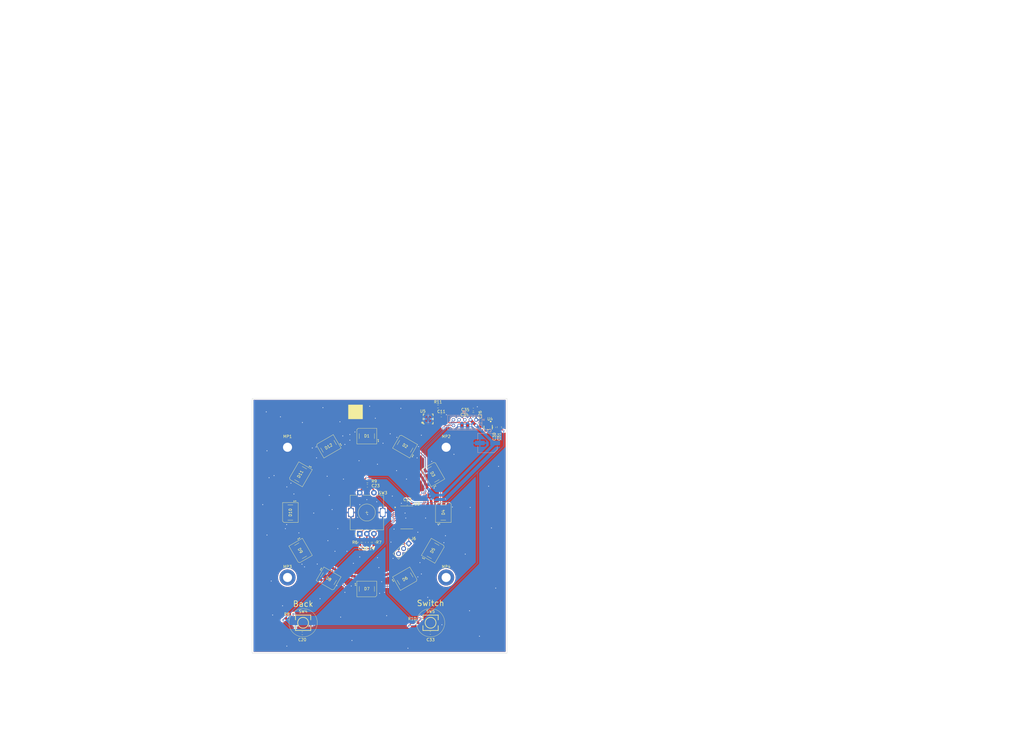
<source format=kicad_pcb>
(kicad_pcb (version 20241229) (generator "pcbnew") (generator_version "9.0")
  (layers (0 "F.Cu" signal) (2 "B.Cu" signal) (13 "F.Paste" user) (15 "B.Paste" user) (5 "F.SilkS" user "F.Silkscreen") (7 "B.SilkS" user "B.Silkscreen") (1 "F.Mask" user) (3 "B.Mask" user) (25 "Edge.Cuts" user))
  (net 0 "")
  (net 1 "GND")
  (net 2 "/Encoder/5V")
  (net 3 "/Encoder/3V3")
  (net 4 "/Encoder/rot_a")
  (net 5 "/Encoder/rot_b")
  (net 6 "/Encoder/back_sw")
  (net 7 "/Encoder/rot_sw")
  (net 8 "/Encoder/sw_2")
  (net 9 "/Encoder/LED_DATA")
  (net 10 "Net-(D1-DOUT)")
  (net 11 "Net-(D2-DOUT)")
  (net 12 "Net-(D3-DOUT)")
  (net 13 "Net-(D4-DOUT)")
  (net 14 "Net-(D5-DOUT)")
  (net 15 "Net-(D6-DOUT)")
  (net 16 "Net-(D7-DOUT)")
  (net 17 "Net-(D8-DOUT)")
  (net 18 "Net-(D10-DIN)")
  (net 19 "Net-(D10-DOUT)")
  (net 20 "Net-(D11-DOUT)")
  (net 22 "Net-(J6-Pin_3)")
  (net 23 "Net-(J6-Pin_1)")
  (net 24 "Net-(J6-Pin_2)")
  (net 25 "/Encoder/SDA")
  (net 26 "/Encoder/SCL")
  (net 27 "/Encoder/INT")
  (net 38 "/Encoder/LED")
  (net 39 "Net-(R11-Pad2)")
  (footprint "Capacitor_SMD:C_0603_1608Metric" (layer "F.Cu") (at 87.7 143.1)
    (property "Reference" "C23")
    (property "Value" "0.1uF")
  )
  (footprint "Capacitor_SMD:C_0603_1608Metric" (layer "F.Cu") (at 86.5 163.1 90)
    (property "Reference" "C18")
    (property "Value" "0.1uF")
  )
  (footprint "Capacitor_SMD:C_0603_1608Metric" (layer "F.Cu") (at 64.7 195.2 180)
    (property "Reference" "C20")
    (property "Value" "0.1uF")
  )
  (footprint "LED_SMD:LED_WS2812B_PLCC4_5.0x5.0mm_P3.2mm" (layer "F.Cu") (at 87.498033 125.552202 180)
    (property "Reference" "D1")
    (property "Value" "WS2812B")
  )
  (footprint "Resistor_SMD:R_0603_1608Metric" (layer "F.Cu") (at 85 163.1 90)
    (property "Reference" "R6")
    (property "Value" "10k")
  )
  (footprint "Capacitor_SMD:C_0603_1608Metric" (layer "F.Cu") (at 88.5 163.1 90)
    (property "Reference" "C19")
    (property "Value" "0.1uF")
  )
  (footprint "Capacitor_SMD:C_0603_1608Metric" (layer "F.Cu") (at 113.8 118.3)
    (property "Reference" "C11")
    (property "Value" "0.1uF")
  )
  (footprint "Capacitor_SMD:C_0805_2012Metric" (layer "F.Cu") (at 125.1 118 180)
    (property "Reference" "C34")
    (property "Value" "10uF")
  )
  (footprint "Capacitor_SMD:C_0603_1608Metric" (layer "F.Cu") (at 101.8 149.4)
    (property "Reference" "C13")
    (property "Value" "0.1uF")
  )
  (footprint "LED_SMD:LED_WS2812B_PLCC4_5.0x5.0mm_P3.2mm" (layer "F.Cu") (at 64.115347 166.052202 -60)
    (property "Reference" "D9")
    (property "Value" "WS2812B")
  )
  (footprint "easyeda2kicad:KEY-SMD_SKSUAAE010" (layer "F.Cu") (at 110 191.5)
    (property "Reference" "SW5")
    (property "Value" "SKSUAAE010")
  )
  (footprint "Resistor_SMD:R_0603_1608Metric" (layer "F.Cu") (at 59.775 189.9)
    (property "Reference" "R8")
    (property "Value" "10k")
  )
  (footprint "MountingHole:MountingHole_3.2mm_M3_ISO7380_Pad" (layer "F.Cu") (at 115.5 175.5)
    (property "Reference" "MP4")
    (property "Value" "MountingHole_3.2mm_M3_ISO7380_Pad")
  )
  (footprint "LED_SMD:LED_WS2812B_PLCC4_5.0x5.0mm_P3.2mm" (layer "F.Cu") (at 87.498033 179.552202)
    (property "Reference" "D7")
    (property "Value" "WS2812B")
  )
  (footprint "Capacitor_SMD:C_0603_1608Metric" (layer "F.Cu") (at 132.5 122.475 90)
    (property "Reference" "C30")
    (property "Value" "0.1uF")
  )
  (footprint "Capacitor_SMD:C_0805_2012Metric" (layer "F.Cu") (at 134.3 122.4 90)
    (property "Reference" "C31")
    (property "Value" "10uF")
  )
  (footprint "Resistor_SMD:R_0603_1608Metric" (layer "F.Cu") (at 87.7 141.5)
    (property "Reference" "R9")
    (property "Value" "10k")
  )
  (footprint "Resistor_SMD:R_0603_1608Metric" (layer "F.Cu") (at 104.7 191.5)
    (property "Reference" "R10")
    (property "Value" "10k")
  )
  (footprint "MountingHole:MountingHole_3.2mm_M3_ISO7380_Pad" (layer "F.Cu") (at 115.5 129.5)
    (property "Reference" "MP2")
    (property "Value" "MountingHole_3.2mm_M3_ISO7380_Pad")
  )
  (footprint "LED_SMD:LED_WS2812B_PLCC4_5.0x5.0mm_P3.2mm" (layer "F.Cu") (at 60.498033 152.552202 -90)
    (property "Reference" "D10")
    (property "Value" "WS2812B")
  )
  (footprint "Resistor_SMD:R_0603_1608Metric" (layer "F.Cu") (at 90 163.1 90)
    (property "Reference" "R7")
    (property "Value" "10k")
  )
  (footprint "Capacitor_SMD:C_0603_1608Metric" (layer "F.Cu") (at 125.1 116.2 180)
    (property "Reference" "C35")
    (property "Value" "0.1uF")
  )
  (footprint "LED_SMD:LED_WS2812B_PLCC4_5.0x5.0mm_P3.2mm" (layer "F.Cu") (at 100.998033 129.169516 150)
    (property "Reference" "D2")
    (property "Value" "WS2812B")
  )
  (footprint "Rotary_Encoder:RotaryEncoder_Alps_EC11E-Switch_Vertical_H20mm" (layer "F.Cu") (at 85 160.05 90)
    (property "Reference" "SW3")
    (property "Value" "EC11E15244B2")
  )
  (footprint "Capacitor_SMD:C_0603_1608Metric" (layer "F.Cu") (at 109.925 195.1 180)
    (property "Reference" "C33")
    (property "Value" "0.1uF")
  )
  (footprint "LED_SMD:LED_WS2812B_PLCC4_5.0x5.0mm_P3.2mm" (layer "F.Cu") (at 73.998033 129.169516 -150)
    (property "Reference" "D12")
    (property "Value" "WS2812B")
  )
  (footprint "Capacitor_SMD:C_0603_1608Metric" (layer "F.Cu") (at 127.5 121 90)
    (property "Reference" "C26")
    (property "Value" "0.1uF")
  )
  (footprint "easyeda2kicad:KEY-SMD_SKSUAAE010" (layer "F.Cu") (at 65 191.5)
    (property "Reference" "SW4")
    (property "Value" "SKSUAAE010")
  )
  (footprint "Resistor_SMD:R_0603_1608Metric" (layer "F.Cu") (at 112.625 115.1 180)
    (property "Reference" "R11")
    (property "Value" "470R")
  )
  (footprint "MountingHole:MountingHole_3.2mm_M3_ISO7380_Pad" (layer "F.Cu") (at 59.5 129.5)
    (property "Reference" "MP1")
    (property "Value" "MountingHole_3.2mm_M3_ISO7380_Pad")
  )
  (footprint "LED_SMD:LED_WS2812B_PLCC4_5.0x5.0mm_P3.2mm" (layer "F.Cu") (at 110.880719 139.052202 120)
    (property "Reference" "D3")
    (property "Value" "WS2812B")
  )
  (footprint "Package_SO:TSSOP-24_4.4x7.8mm_P0.65mm" (layer "F.Cu") (at 101.5875 154.3)
    (property "Reference" "U3")
    (property "Value" "TCA9535PWR")
  )
  (footprint "easyeda2kicad:SOT-23-5_L2.9-W1.6-P0.95-LS2.8-BR" (layer "F.Cu") (at 130.25 122.4 90)
    (property "Reference" "U4")
    (property "Value" "TPS7B92033DBVR")
  )
  (footprint "MountingHole:MountingHole_3.2mm_M3_ISO7380_Pad" (layer "F.Cu") (at 59.5 175.5)
    (property "Reference" "MP3")
    (property "Value" "MountingHole_3.2mm_M3_ISO7380_Pad")
  )
  (footprint "LED_SMD:LED_WS2812B_PLCC4_5.0x5.0mm_P3.2mm" (layer "F.Cu") (at 114.498033 152.552202 90)
    (property "Reference" "D4")
    (property "Value" "WS2812B")
  )
  (footprint "easyeda2kicad:VQFN-14_L3.5-W3.5-P0.50-BL-EP" (layer "F.Cu") (at 109.161772 119.497558)
    (property "Reference" "U5")
    (property "Value" "74AHCT125")
  )
  (footprint "LED_SMD:LED_WS2812B_PLCC4_5.0x5.0mm_P3.2mm" (layer "F.Cu") (at 73.998033 175.934888 -30)
    (property "Reference" "D8")
    (property "Value" "WS2812B")
  )
  (footprint "LED_SMD:LED_WS2812B_PLCC4_5.0x5.0mm_P3.2mm" (layer "F.Cu") (at 100.998033 175.934888 30)
    (property "Reference" "D6")
    (property "Value" "WS2812B")
  )
  (footprint "Connector_PinHeader_2.54mm:PinHeader_1x03_P2.54mm_Vertical" (layer "F.Cu") (at 102.3 163.5 -45)
    (property "Reference" "J6")
    (property "Value" "OPT")
  )
  (footprint "LED_SMD:LED_WS2812B_PLCC4_5.0x5.0mm_P3.2mm" (layer "F.Cu") (at 64.115347 139.052202 -120)
    (property "Reference" "D11")
    (property "Value" "WS2812B")
  )
  (footprint "LED_SMD:LED_WS2812B_PLCC4_5.0x5.0mm_P3.2mm" (layer "F.Cu") (at 110.880719 166.052202 60)
    (property "Reference" "D5")
    (property "Value" "WS2812B")
  )
  (footprint "Connector_JST:JST_PHD_B10B-PHDSS_2x05_P2.00mm_Vertical" (layer "B.Cu") (at 126.0775 119.8 180)
    (property "Reference" "J8")
    (property "Value" "->ESP32")
  )
  (footprint "Capacitor_SMD:CP_Elec_6.3x7.7" (layer "B.Cu") (at 130.1 128 180)
    (property "Reference" "C12")
    (property "Value" "470uF")
  )
  (gr_rect (start 81 114.5) (end 86 119.5) (stroke (width 0.1)) (fill yes) (layer "F.SilkS"))
  (gr_circle (center 110 191.471143) (end 115 191.471143) (stroke (width 0.1)) (fill no) (layer "F.SilkS"))
  (gr_circle (center 65 191.471143) (end 70 191.471143) (stroke (width 0.1)) (fill no) (layer "F.SilkS"))
  (gr_rect (start 47 112.25) (end 137 202.25) (stroke (width 0.1)) (fill no) (layer "Edge.Cuts"))
  (gr_text "Switch" (at 110 185.75 0) (layer "F.SilkS") (effects (font (size 2 2) (thickness 0.25)) (justify bottom)))
  (gr_text "Back" (at 65 186 0) (layer "F.SilkS") (effects (font (size 2 2) (thickness 0.25)) (justify bottom)))
  (segment (start 130.25 120.4) (end 129.65 119.8) (width 0.4) (layer "F.Cu") (net 1))
  (segment (start 110.7 195.1) (end 110.7 193.5) (width 0.4) (layer "F.Cu") (net 1))
  (segment (start 125.875 115.725) (end 126.2 115.4) (width 0.4) (layer "F.Cu") (net 1))
  (segment (start 111.084661 136.10544) (end 111.084661 135.184661) (width 0.3) (layer "F.Cu") (net 1))
  (segment (start 113.534661 164.365339) (end 114.7 163.2) (width 0.3) (layer "F.Cu") (net 1))
  (segment (start 87.5 162.875) (end 88.5 163.875) (width 0.4) (layer "F.Cu") (net 1))
  (segment (start 126.4 115.2) (end 126.5 115.2) (width 0.4) (layer "F.Cu") (net 1))
  (segment (start 109.661772 121.247558) (end 109.661772 119.997558) (width 0.3) (layer "F.Cu") (net 1))
  (segment (start 86.5 163.875) (end 87.5 162.875) (width 0.4) (layer "F.Cu") (net 1))
  (segment (start 109.661772 119.997558) (end 109.161772 119.497558) (width 0.3) (layer "F.Cu") (net 1))
  (segment (start 101.881251 151.318749) (end 101.025 150.462499) (width 0.4) (layer "F.Cu") (net 1))
  (segment (start 61.461405 140.348964) (end 61.461405 141.438595) (width 0.3) (layer "F.Cu") (net 1))
  (segment (start 134.05 121.7) (end 134.3 121.45) (width 0.4) (layer "F.Cu") (net 1))
  (segment (start 126.2 115.4) (end 126.4 115.2) (width 0.4) (layer "F.Cu") (net 1))
  (segment (start 99.462499 152.025) (end 101.025 150.462499) (width 0.4) (layer "F.Cu") (net 1))
  (segment (start 130.25 121.3) (end 130.25 120.4) (width 0.4) (layer "F.Cu") (net 1))
  (segment (start 63.911405 170.111405) (end 64.6 170.8) (width 0.3) (layer "F.Cu") (net 1))
  (segment (start 89.948033 181.202202) (end 91.897798 181.202202) (width 0.3) (layer "F.Cu") (net 1))
  (segment (start 115.3 118.3) (end 115.6 118) (width 0.3) (layer "F.Cu") (net 1))
  (segment (start 114.575 118.3) (end 115.3 118.3) (width 0.3) (layer "F.Cu") (net 1))
  (segment (start 85 145.025) (end 86.925 143.1) (width 0.4) (layer "F.Cu") (net 1))
  (segment (start 76.71117 178.58883) (end 76.9 178.4) (width 0.3) (layer "F.Cu") (net 1))
  (segment (start 101.025 149.4) (end 99.8 149.4) (width 0.4) (layer "F.Cu") (net 1))
  (segment (start 110.7 193.5) (end 112.7 191.5) (width 0.4) (layer "F.Cu") (net 1))
  (segment (start 117.202202 150.102202) (end 117.7 150.6) (width 0.3) (layer "F.Cu") (net 1))
  (segment (start 108.411772 120.247558) (end 109.161772 119.497558) (width 0.3) (layer "F.Cu") (net 1))
  (segment (start 108.661772 117.747558) (end 108.661772 118.997558) (width 0.3) (layer "F.Cu") (net 1))
  (segment (start 113.534661 164.75544) (end 113.534661 164.365339) (width 0.3) (layer "F.Cu") (net 1))
  (segment (start 98.725 152.025) (end 99.462499 152.025) (width 0.4) (layer "F.Cu") (net 1))
  (segment (start 68.2 191.5) (end 69.1 192.4) (width 0.4) (layer "F.Cu") (net 1))
  (segment (start 85.048033 123.902202) (end 83.497798 123.902202) (width 0.3) (layer "F.Cu") (net 1))
  (segment (start 132.5 120.998) (end 132.5 121.7) (width 0.4) (layer "F.Cu") (net 1))
  (segment (start 126.05 118) (end 126.05 116.375) (width 0.4) (layer "F.Cu") (net 1))
  (segment (start 58.848033 155.002202) (end 58.848033 156.448033) (width 0.3) (layer "F.Cu") (net 1))
  (segment (start 98.725 151.375) (end 100.112499 151.375) (width 0.4) (layer "F.Cu") (net 1))
  (segment (start 65.475 193.725) (end 67.7 191.5) (width 0.4) (layer "F.Cu") (net 1))
  (segment (start 116.148033 150.102202) (end 117.202202 150.102202) (width 0.3) (layer "F.Cu") (net 1))
  (segment (start 85 145.55) (end 85 145.025) (width 0.4) (layer "F.Cu") (net 1))
  (segment (start 127.4 119.8) (end 127.4 120.125) (width 0.4) (layer "F.Cu") (net 1))
  (segment (start 110.911772 120.247558) (end 109.911772 120.247558) (width 0.3) (layer "F.Cu") (net 1))
  (segment (start 65.475 195.2) (end 65.475 193.725) (width 0.4) (layer "F.Cu") (net 1))
  (segment (start 110.161772 117.747558) (end 110.161772 118.497558) (width 0.3) (layer "F.Cu") (net 1))
  (segment (start 67.7 191.5) (end 68.2 191.5) (width 0.4) (layer "F.Cu") (net 1))
  (segment (start 91.897798 181.202202) (end 92 181.1) (width 0.3) (layer "F.Cu") (net 1))
  (segment (start 130.25 120.4) (end 131.902 120.4) (width 0.4) (layer "F.Cu") (net 1))
  (segment (start 97.625 157.875) (end 97.1 158.4) (width 0.2) (layer "F.Cu") (net 1))
  (segment (start 99.701271 126.515574) (end 98.615574 126.515574) (width 0.3) (layer "F.Cu") (net 1))
  (segment (start 104.45 152.675) (end 103.237501 152.675) (width 0.4) (layer "F.Cu") (net 1))
  (segment (start 83.497798 123.902202) (end 83.3 124.1) (width 0.3) (layer "F.Cu") (net 1))
  (segment (start 129.65 119.8) (end 127.4 119.8) (width 0.4) (layer "F.Cu") (net 1))
  (segment (start 103.944795 176.13883) (end 104.66117 176.13883) (width 0.3) (layer "F.Cu") (net 1))
  (segment (start 109.911772 120.247558) (end 109.161772 119.497558) (width 0.3) (layer "F.Cu") (net 1))
  (segment (start 126.05 116.375) (end 125.875 116.2) (width 0.4) (layer "F.Cu") (net 1))
  (segment (start 127.4 119.8) (end 126.0775 119.8) (width 0.4) (layer "F.Cu") (net 1))
  (segment (start 99.8 149.4) (end 99.7 149.3) (width 0.4) (layer "F.Cu") (net 1))
  (segment (start 107.411772 120.247558) (end 108.411772 120.247558) (width 0.3) (layer "F.Cu") (net 1))
  (segment (start 113.3 191.5) (end 114 192.2) (width 0.4) (layer "F.Cu") (net 1))
  (segment (start 108.661772 118.997558) (end 109.161772 119.497558) (width 0.3) (layer "F.Cu") (net 1))
  (segment (start 63.911405 168.998964) (end 63.911405 170.111405) (width 0.3) (layer "F.Cu") (net 1))
  (segment (start 103.237501 152.675) (end 101.881251 151.318749) (width 0.4) (layer "F.Cu") (net 1))
  (segment (start 125.875 116.2) (end 125.875 115.725) (width 0.4) (layer "F.Cu") (net 1))
  (segment (start 112.7 191.5) (end 113.3 191.5) (width 0.4) (layer "F.Cu") (net 1))
  (segment (start 110.161772 118.497558) (end 109.161772 119.497558) (width 0.3) (layer "F.Cu") (net 1))
  (segment (start 126.0775 119.8) (end 126.0775 118.0275) (width 0.4) (layer "F.Cu") (net 1))
  (segment (start 98.725 157.875) (end 97.625 157.875) (width 0.2) (layer "F.Cu") (net 1))
  (segment (start 70.034426 128.965574) (end 69.6 129.4) (width 0.3) (layer "F.Cu") (net 1))
  (segment (start 120.0775 121.8) (end 122.0775 121.8) (width 1) (layer "F.Cu") (net 1))
  (segment (start 132.5 121.7) (end 134.05 121.7) (width 0.4) (layer "F.Cu") (net 1))
  (segment (start 126.0775 118.0275) (end 126.05 118) (width 0.4) (layer "F.Cu") (net 1))
  (segment (start 101.025 150.462499) (end 101.025 149.4) (width 0.4) (layer "F.Cu") (net 1))
  (segment (start 111.084661 135.184661) (end 110.4 134.5) (width 0.3) (layer "F.Cu") (net 1))
  (segment (start 127.4 120.125) (end 127.5 120.225) (width 0.4) (layer "F.Cu") (net 1))
  (segment (start 131.902 120.4) (end 132.5 120.998) (width 0.4) (layer "F.Cu") (net 1))
  (segment (start 100.112499 151.375) (end 101.025 150.462499) (width 0.4) (layer "F.Cu") (net 1))
  (segment (start 58.848033 156.448033) (end 59.2 156.8) (width 0.3) (layer "F.Cu") (net 1))
  (segment (start 75.294795 178.58883) (end 76.71117 178.58883) (width 0.3) (layer "F.Cu") (net 1))
  (segment (start 98.615574 126.515574) (end 98.1 126) (width 0.3) (layer "F.Cu") (net 1))
  (segment (start 122.0775 121.8) (end 124.0775 121.8) (width 1) (layer "F.Cu") (net 1))
  (segment (start 71.051271 128.965574) (end 70.034426 128.965574) (width 0.3) (layer "F.Cu") (net 1))
  (segment (start 61.461405 141.438595) (end 60.7 142.2) (width 0.3) (layer "F.Cu") (net 1))
  (segment (start 104.66117 176.13883) (end 105.5 175.3) (width 0.3) (layer "F.Cu") (net 1))
  (segment (start 87.5 162.875) (end 87.5 160.05) (width 0.4) (layer "F.Cu") (net 1))
  (via (at 57.75 185.5) (size 0.6) (drill 0.3) (layers "F.Cu" "B.Cu") (net 1))
  (via (at 93.75 180.75) (size 0.6) (drill 0.3) (layers "F.Cu" "B.Cu") (net 1))
  (via (at 70 170.75) (size 0.6) (drill 0.3) (layers "F.Cu" "B.Cu") (net 1))
  (via (at 91.75 172) (size 0.6) (drill 0.3) (layers "F.Cu" "B.Cu") (net 1))
  (via (at 101.25 154.5) (size 0.6) (drill 0.3) (layers "F.Cu" "B.Cu") (net 1))
  (via (at 96.5 146.75) (size 0.6) (drill 0.3) (layers "F.Cu" "B.Cu") (net 1))
  (via (at 87.5 148) (size 0.6) (drill 0.3) (layers "F.Cu" "B.Cu") (net 1))
  (via (at 105.5 159.5) (size 0.6) (drill 0.3) (layers "F.Cu" "B.Cu") (net 1))
  (via (at 117.7 150.6) (size 0.6) (drill 0.3) (layers "F.Cu" "B.Cu") (net 1))
  (via (at 118.25 132) (size 0.6) (drill 0.3) (layers "F.Cu" "B.Cu") (net 1))
  (via (at 79.25 140.75) (size 0.6) (drill 0.3) (layers "F.Cu" "B.Cu") (net 1))
  (via (at 105.75 129.25) (size 0.6) (drill 0.3) (layers "F.Cu" "B.Cu") (net 1))
  (via (at 124 150.75) (size 0.6) (drill 0.3) (layers "F.Cu" "B.Cu") (net 1))
  (via (at 110.4 134.5) (size 0.6) (drill 0.3) (layers "F.Cu" "B.Cu") (net 1))
  (via (at 131.5 158) (size 0.6) (drill 0.3) (layers "F.Cu" "B.Cu") (net 1))
  (via (at 73.75 162.5) (size 0.6) (drill 0.3) (layers "F.Cu" "B.Cu") (net 1))
  (via (at 123.75 187.25) (size 0.6) (drill 0.3) (layers "F.Cu" "B.Cu") (net 1))
  (via (at 111.25 144) (size 0.6) (drill 0.3) (layers "F.Cu" "B.Cu") (net 1))
  (via (at 94.5 189) (size 0.6) (drill 0.3) (layers "F.Cu" "B.Cu") (net 1))
  (via (at 115.6 118) (size 0.6) (drill 0.3) (layers "F.Cu" "B.Cu") (net 1))
  (via (at 85 168.25) (size 0.6) (drill 0.3) (layers "F.Cu" "B.Cu") (net 1))
  (via (at 64.75 120.75) (size 0.6) (drill 0.3) (layers "F.Cu" "B.Cu") (net 1))
  (via (at 92.75 177) (size 0.6) (drill 0.3) (layers "F.Cu" "B.Cu") (net 1))
  (via (at 87.75 153.25) (size 0.6) (drill 0.3) (layers "F.Cu" "B.Cu") (net 1))
  (via (at 74.25 146.5) (size 0.6) (drill 0.3) (layers "F.Cu" "B.Cu") (net 1))
  (via (at 98 137.75) (size 0.6) (drill 0.3) (layers "F.Cu" "B.Cu") (net 1))
  (via (at 82.25 197.75) (size 0.6) (drill 0.3) (layers "F.Cu" "B.Cu") (net 1))
  (via (at 52 117) (size 0.6) (drill 0.3) (layers "F.Cu" "B.Cu") (net 1))
  (via (at 91.25 168.5) (size 0.6) (drill 0.3) (layers "F.Cu" "B.Cu") (net 1))
  (via (at 106.75 125.25) (size 0.6) (drill 0.3) (layers "F.Cu" "B.Cu") (net 1))
  (via (at 65.5 171.75) (size 0.6) (drill 0.3) (layers "F.Cu" "B.Cu") (net 1))
  (via (at 84.75 134.25) (size 0.6) (drill 0.3) (layers "F.Cu" "B.Cu") (net 1))
  (via (at 81.5 125) (size 0.6) (drill 0.3) (layers "F.Cu" "B.Cu") (net 1))
  (via (at 105.5 175.3) (size 0.6) (drill 0.3) (layers "F.Cu" "B.Cu") (net 1))
  (via (at 102 200.5) (size 0.6) (drill 0.3) (layers "F.Cu" "B.Cu") (net 1))
  (via (at 112.75 157) (size 0.6) (drill 0.3) (layers "F.Cu" "B.Cu") (net 1))
  (via (at 93.209078 128.085331) (size 0.6) (drill 0.3) (layers "F.Cu" "B.Cu") (net 1))
  (via (at 71 183) (size 0.6) (drill 0.3) (layers "F.Cu" "B.Cu") (net 1))
  (via (at 96 163) (size 0.6) (drill 0.3) (layers "F.Cu" "B.Cu") (net 1))
  (via (at 53.75 176.75) (size 0.6) (drill 0.3) (layers "F.Cu" "B.Cu") (net 1))
  (via (at 92 181.1) (size 0.6) (drill 0.3) (layers "F.Cu" "B.Cu") (net 1))
  (via (at 69.1 192.4) (size 0.6) (drill 0.3) (layers "F.Cu" "B.Cu") (net 1))
  (via (at 91.25 135.5) (size 0.6) (drill 0.3) (layers "F.Cu" "B.Cu") (net 1))
  (via (at 114 192.2) (size 0.6) (drill 0.3) (layers "F.Cu" "B.Cu") (net 1))
  (via (at 80.5 166.25) (size 0.6) (drill 0.3) (layers "F.Cu" "B.Cu") (net 1))
  (via (at 69.75 133.25) (size 0.6) (drill 0.3) (layers "F.Cu" "B.Cu") (net 1))
  (via (at 109 182.5) (size 0.6) (drill 0.3) (layers "F.Cu" "B.Cu") (net 1))
  (via (at 84.25 154.25) (size 0.6) (drill 0.3) (layers "F.Cu" "B.Cu") (net 1))
  (via (at 134 136.25) (size 0.6) (drill 0.3) (layers "F.Cu" "B.Cu") (net 1))
  (via (at 78 120.5) (size 0.6) (drill 0.3) (layers "F.Cu" "B.Cu") (net 1))
  (via (at 114.7 163.2) (size 0.6) (drill 0.3) (layers "F.Cu" "B.Cu") (net 1))
  (via (at 91 148.75) (size 0.6) (drill 0.3) (layers "F.Cu" "B.Cu") (net 1))
  (via (at 64.6 170.8) (size 0.6) (drill 0.3) (layers "F.Cu" "B.Cu") (net 1))
  (via (at 57 118.75) (size 0.6) (drill 0.3) (layers "F.Cu" "B.Cu") (net 1))
  (via (at 81.5 127) (size 0.6) (drill 0.3) (layers "F.Cu" "B.Cu") (net 1))
  (via (at 54.75 139.5) (size 0.6) (drill 0.3) (layers "F.Cu" "B.Cu") (net 1))
  (via (at 106.25 170.25) (size 0.6) (drill 0.3) (layers "F.Cu" "B.Cu") (net 1))
  (via (at 79 125.5) (size 0.6) (drill 0.3) (layers "F.Cu" "B.Cu") (net 1))
  (via (at 97.1 158.4) (size 0.6) (drill 0.3) (layers "F.Cu" "B.Cu") (net 1))
  (via (at 68.25 129.75) (size 0.6) (drill 0.3) (layers "F.Cu" "B.Cu") (net 1))
  (via (at 127.25 196.25) (size 0.6) (drill 0.3) (layers "F.Cu" "B.Cu") (net 1))
  (via (at 59.2 156.8) (size 0.6) (drill 0.3) (layers "F.Cu" "B.Cu") (net 1))
  (via (at 126.5 115.2) (size 0.6) (drill 0.3) (layers "F.Cu" "B.Cu") (net 1))
  (via (at 73.5 139.75) (size 0.6) (drill 0.3) (layers "F.Cu" "B.Cu") (net 1))
  (via (at 53 140.25) (size 0.6) (drill 0.3) (layers "F.Cu" "B.Cu") (net 1))
  (via (at 115.25 147.75) (size 0.6) (drill 0.3) (layers "F.Cu" "B.Cu") (net 1))
  (via (at 95.75 124.75) (size 0.6) (drill 0.3) (layers "F.Cu" "B.Cu") (net 1))
  (via (at 52.25 130.75) (size 0.6) (drill 0.3) (layers "F.Cu" "B.Cu") (net 1))
  (via (at 122.25 167.25) (size 0.6) (drill 0.3) (layers "F.Cu" "B.Cu") (net 1))
  (via (at 75.25 151.5) (size 0.6) (drill 0.3) (layers "F.Cu" "B.Cu") (net 1))
  (via (at 99.5 115.75) (size 0.6) (drill 0.3) (layers "F.Cu" "B.Cu") (net 1))
  (via (at 106.75 174.25) (size 0.6) (drill 0.3) (layers "F.Cu" "B.Cu") (net 1))
  (via (at 77.25 158.25) (size 0.6) (drill 0.3) (layers "F.Cu" "B.Cu") (net 1))
  (via (at 76.9 178.4) (size 0.6) (drill 0.3) (layers "F.Cu" "B.Cu") (net 1))
  (via (at 88.5 115) (size 0.6) (drill 0.3) (layers "F.Cu" "B.Cu") (net 1))
  (via (at 82 178.5) (size 0.6) (drill 0.3) (layers "F.Cu" "B.Cu") (net 1))
  (via (at 78.25 189.5) (size 0.6) (drill 0.3) (layers "F.Cu" "B.Cu") (net 1))
  (via (at 99.7 149.3) (size 0.6) (drill 0.3) (layers "F.Cu" "B.Cu") (net 1))
  (via (at 115.25 160.75) (size 0.6) (drill 0.3) (layers "F.Cu" "B.Cu") (net 1))
  (via (at 60.7 142.2) (size 0.6) (drill 0.3) (layers "F.Cu" "B.Cu") (net 1))
  (via (at 96.75 168.75) (size 0.6) (drill 0.3) (layers "F.Cu" "B.Cu") (net 1))
  (via (at 108.25 154.5) (size 0.6) (drill 0.3) (layers "F.Cu" "B.Cu") (net 1))
  (via (at 105.25 133.25) (size 0.6) (drill 0.3) (layers "F.Cu" "B.Cu") (net 1))
  (via (at 101 152.75) (size 0.6) (drill 0.3) (layers "F.Cu" "B.Cu") (net 1))
  (via (at 52.25 160.5) (size 0.6) (drill 0.3) (layers "F.Cu" "B.Cu") (net 1))
  (via (at 85 149.75) (size 0.6) (drill 0.3) (layers "F.Cu" "B.Cu") (net 1))
  (via (at 83.3 124.1) (size 0.6) (drill 0.3) (layers "F.Cu" "B.Cu") (net 1))
  (via (at 59.25 199.75) (size 0.6) (drill 0.3) (layers "F.Cu" "B.Cu") (net 1))
  (via (at 54.25 188.75) (size 0.6) (drill 0.3) (layers "F.Cu" "B.Cu") (net 1))
  (via (at 58.75 158.25) (size 0.6) (drill 0.3) (layers "F.Cu" "B.Cu") (net 1))
  (via (at 76.25 166.25) (size 0.6) (drill 0.3) (layers "F.Cu" "B.Cu") (net 1))
  (via (at 79.75 180.75) (size 0.6) (drill 0.3) (layers "F.Cu" "B.Cu") (net 1))
  (via (at 101.5 140.75) (size 0.6) (drill 0.3) (layers "F.Cu" "B.Cu") (net 1))
  (via (at 72 115.5) (size 0.6) (drill 0.3) (layers "F.Cu" "B.Cu") (net 1))
  (via (at 133 179.25) (size 0.6) (drill 0.3) (layers "F.Cu" "B.Cu") (net 1))
  (via (at 69.6 129.4) (size 0.6) (drill 0.3) (layers "F.Cu" "B.Cu") (net 1))
  (via (at 61.75 146) (size 0.6) (drill 0.3) (layers "F.Cu" "B.Cu") (net 1))
  (via (at 98.1 126) (size 0.6) (drill 0.3) (layers "F.Cu" "B.Cu") (net 1))
  (via (at 59.25 143.5) (size 0.6) (drill 0.3) (layers "F.Cu" "B.Cu") (net 1))
  (via (at 79.75 128.5) (size 0.6) (drill 0.3) (layers "F.Cu" "B.Cu") (net 1))
  (via (at 63.5 159.75) (size 0.6) (drill 0.3) (layers "F.Cu" "B.Cu") (net 1))
  (via (at 82.75 170.5) (size 0.6) (drill 0.3) (layers "F.Cu" "B.Cu") (net 1))
  (via (at 90.5 119.25) (size 0.6) (drill 0.3) (layers "F.Cu" "B.Cu") (net 1))
  (via (at 68.75 152.75) (size 0.6) (drill 0.3) (layers "F.Cu" "B.Cu") (net 1))
  (via (at 130.5 143.25) (size 0.6) (drill 0.3) (layers "F.Cu" "B.Cu") (net 1))
  (via (at 50.75 149.75) (size 0.6) (drill 0.3) (layers "F.Cu" "B.Cu") (net 1))
  (segment (start 107.411772 118.497558) (end 108.161772 117.747558) (width 0.3) (layer "F.Cu") (net 2))
  (segment (start 124.15 116.375) (end 124.325 116.2) (width 0.3) (layer "F.Cu") (net 2))
  (segment (start 126.025656 121.8) (end 126.0775 121.8) (width 1) (layer "F.Cu") (net 2))
  (segment (start 111.90033 120.751) (end 110.45133 122.2) (width 0.3) (layer "F.Cu") (net 2))
  (segment (start 124.0775 119.8) (end 124.0775 119.851844) (width 1) (layer "F.Cu") (net 2))
  (segment (start 72.701271 173.280946) (end 72.701271 172.048729) (width 0.2) (layer "F.Cu") (net 2))
  (segment (start 127.5 121.775) (end 127.5 122.2) (width 0.3) (layer "F.Cu") (net 2))
  (segment (start 126.6775 122.4) (end 126.0775 121.8) (width 0.4) (layer "F.Cu") (net 2))
  (segment (start 107.098964 167.348964) (end 106 166.25) (width 0.2) (layer "F.Cu") (net 2))
  (segment (start 110.502202 155.002202) (end 110.25 154.75) (width 0.2) (layer "F.Cu") (net 2))
  (segment (start 98.051271 174.551271) (end 97 173.5) (width 0.2) (layer "F.Cu") (net 2))
  (segment (start 130.552 122.4) (end 127.3 122.4) (width 0.4) (layer "F.Cu") (net 2))
  (segment (start 66.769289 137.75544) (end 67.50544 137.75544) (width 0.2) (layer "F.Cu") (net 2))
  (segment (start 72.701271 172.048729) (end 73.75 171) (width 0.2) (layer "F.Cu") (net 2))
  (segment (start 110.617986 116.961772) (end 109.661772 116.961772) (width 0.3) (layer "F.Cu") (net 2))
  (segment (start 85.048033 177.902202) (end 85.048033 175.548033) (width 0.2) (layer "F.Cu") (net 2))
  (segment (start 124.0775 119.851844) (end 126.025656 121.8) (width 1) (layer "F.Cu") (net 2))
  (segment (start 89.948033 127.202202) (end 89.948033 129.698033) (width 0.2) (layer "F.Cu") (net 2))
  (segment (start 112.848033 155.002202) (end 110.502202 155.002202) (width 0.2) (layer "F.Cu") (net 2))
  (segment (start 131.2 121.3) (end 131.2 121.752) (width 0.4) (layer "F.Cu") (net 2))
  (segment (start 110.45133 122.2) (end 109.372214 122.2) (width 0.3) (layer "F.Cu") (net 2))
  (segment (start 109.2 116.5) (end 109.661772 116.961772) (width 0.3) (layer "F.Cu") (net 2))
  (segment (start 107.411772 118.747558) (end 107.411772 118.497558) (width 0.3) (layer "F.Cu") (net 2))
  (segment (start 89.948033 129.698033) (end 90 129.75) (width 0.2) (layer "F.Cu") (net 2))
  (segment (start 85.048033 175.548033) (end 84.75 175.25) (width 0.2) (layer "F.Cu") (net 2))
  (segment (start 124.0775 119.8) (end 124.0775 118.0725) (width 0.3) (layer "F.Cu") (net 2))
  (segment (start 67.50544 137.75544) (end 68.75 139) (width 0.2) (layer "F.Cu") (net 2))
  (segment (start 109.372214 122.2) (end 109.161772 121.989558) (width 0.3) (layer "F.Cu") (net 2))
  (segment (start 64.397798 150.102202) (end 64.5 150) (width 0.2) (layer "F.Cu") (net 2))
  (segment (start 76.944795 130.194795) (end 78.25 131.5) (width 0.2) (layer "F.Cu") (net 2))
  (segment (start 124.15 118) (end 124.15 116.375) (width 0.3) (layer "F.Cu") (net 2))
  (segment (start 108.226777 167.348964) (end 107.098964 167.348964) (width 0.2) (layer "F.Cu") (net 2))
  (segment (start 109.251036 141.998964) (end 108.5 142.75) (width 0.2) (layer "F.Cu") (net 2))
  (segment (start 111.90033 120.751) (end 111.90033 118.244116) (width 0.3) (layer "F.Cu") (net 2))
  (segment (start 124.0775 118.0725) (end 124.15 118) (width 0.3) (layer "F.Cu") (net 2))
  (segment (start 108.161772 116.938228) (end 108.6 116.5) (width 0.3) (layer "F.Cu") (net 2))
  (segment (start 102.294795 132.455205) (end 101 133.75) (width 0.2) (layer "F.Cu") (net 2))
  (segment (start 127.3 122.4) (end 126.6775 122.4) (width 0.4) (layer "F.Cu") (net 2))
  (segment (start 124.0775 119.8) (end 123.1265 120.751) (width 0.3) (layer "F.Cu") (net 2))
  (segment (start 108.161772 117.747558) (end 108.161772 116.938228) (width 0.3) (layer "F.Cu") (net 2))
  (segment (start 111.90033 118.244116) (end 110.617986 116.961772) (width 0.3) (layer "F.Cu") (net 2))
  (segment (start 111.90033 118.244116) (end 111.956214 118.3) (width 0.3) (layer "F.Cu") (net 2))
  (segment (start 109.161772 121.989558) (end 109.161772 121.247558) (width 0.3) (layer "F.Cu") (net 2))
  (segment (start 102.294795 131.823458) (end 102.294795 132.455205) (width 0.2) (layer "F.Cu") (net 2))
  (segment (start 65.39456 163.10544) (end 66.5 162) (width 0.2) (layer "F.Cu") (net 2))
  (segment (start 123.1265 120.751) (end 111.90033 120.751) (width 0.3) (layer "F.Cu") (net 2))
  (segment (start 127.5 122.2) (end 127.3 122.4) (width 0.3) (layer "F.Cu") (net 2))
  (segment (start 110.676777 141.998964) (end 109.251036 141.998964) (width 0.2) (layer "F.Cu") (net 2))
  (segment (start 131.2 121.752) (end 130.552 122.4) (width 0.4) (layer "F.Cu") (net 2))
  (segment (start 98.051271 175.730946) (end 98.051271 174.551271) (width 0.2) (layer "F.Cu") (net 2))
  (segment (start 108.6 116.5) (end 109.2 116.5) (width 0.3) (layer "F.Cu") (net 2))
  (segment (start 64.319289 163.10544) (end 65.39456 163.10544) (width 0.2) (layer "F.Cu") (net 2))
  (segment (start 109.661772 116.961772) (end 109.661772 117.747558) (width 0.3) (layer "F.Cu") (net 2))
  (segment (start 62.148033 150.102202) (end 64.397798 150.102202) (width 0.2) (layer "F.Cu") (net 2))
  (segment (start 76.944795 129.373458) (end 76.944795 130.194795) (width 0.2) (layer "F.Cu") (net 2))
  (segment (start 111.956214 118.3) (end 113.025 118.3) (width 0.3) (layer "F.Cu") (net 2))
  (via (at 109.75 146.75) (size 0.6) (drill 0.3) (layers "F.Cu" "B.Cu") (net 2))
  (via (at 110.25 147.75) (size 0.6) (drill 0.3) (layers "F.Cu" "B.Cu") (net 2))
  (via (at 109.5 145.5) (size 0.6) (drill 0.3) (layers "F.Cu" "B.Cu") (net 2))
  (via (at 109.25 144.25) (size 0.6) (drill 0.3) (layers "F.Cu" "B.Cu") (net 2))
  (segment (start 132.8 128) (end 114.4 146.4) (width 1) (layer "B.Cu") (net 2))
  (segment (start 111.4 146.4) (end 109.25 144.25) (width 1) (layer "B.Cu") (net 2))
  (segment (start 132.2775 128) (end 126.0775 121.8) (width 1) (layer "B.Cu") (net 2))
  (segment (start 112.25 146.4) (end 111.4 146.4) (width 1) (layer "B.Cu") (net 2))
  (segment (start 113.676777 146.4) (end 112.25 146.4) (width 1) (layer "B.Cu") (net 2))
  (segment (start 110.1 146.4) (end 109.75 146.75) (width 1) (layer "B.Cu") (net 2))
  (segment (start 111.6 146.4) (end 110.1 146.4) (width 1) (layer "B.Cu") (net 2))
  (segment (start 110.4 146.4) (end 109.5 145.5) (width 1) (layer "B.Cu") (net 2))
  (segment (start 112.25 146.4) (end 111.6 146.4) (width 1) (layer "B.Cu") (net 2))
  (segment (start 111.6 146.4) (end 110.4 146.4) (width 1) (layer "B.Cu") (net 2))
  (segment (start 111.6 146.4) (end 110.25 147.75) (width 1) (layer "B.Cu") (net 2))
  (segment (start 132.8 128) (end 132.2775 128) (width 1) (layer "B.Cu") (net 2))
  (segment (start 114.4 146.4) (end 113.676777 146.4) (width 1) (layer "B.Cu") (net 2))
  (segment (start 86.375 165.3) (end 85.5375 164.4625) (width 0.3) (layer "F.Cu") (net 3))
  (segment (start 132.5 123.25) (end 134.2 123.25) (width 0.3) (layer "F.Cu") (net 3))
  (segment (start 90 164.2) (end 89.6 164.6) (width 0.3) (layer "F.Cu") (net 3))
  (segment (start 90 163.925) (end 90 164.2) (width 0.3) (layer "F.Cu") (net 3))
  (segment (start 104.45 150.725) (end 103.9 150.725) (width 0.4) (layer "F.Cu") (net 3))
  (segment (start 58.95 189.9) (end 58.5 189.9) (width 0.3) (layer "F.Cu") (net 3))
  (segment (start 134.2 123.25) (end 134.3 123.35) (width 0.3) (layer "F.Cu") (net 3))
  (segment (start 131.45 123.25) (end 131.2 123.5) (width 0.3) (layer "F.Cu") (net 3))
  (segment (start 135.45 123.35) (end 135.8 123.7) (width 0.3) (layer "F.Cu") (net 3))
  (segment (start 132.5 123.25) (end 131.45 123.25) (width 0.3) (layer "F.Cu") (net 3))
  (segment (start 103.4 149.4) (end 103.7 149.1) (width 0.4) (layer "F.Cu") (net 3))
  (segment (start 58.5 189.9) (end 57.8 190.6) (width 0.3) (layer "F.Cu") (net 3))
  (segment (start 88.9 165.3) (end 87.5 165.3) (width 0.3) (layer "F.Cu") (net 3))
  (segment (start 134.3 123.35) (end 135.45 123.35) (width 0.3) (layer "F.Cu") (net 3))
  (segment (start 85.5375 164.4625) (end 85 163.925) (width 0.3) (layer "F.Cu") (net 3))
  (segment (start 86.875 140.625) (end 87.3 140.2) (width 0.3) (layer "F.Cu") (net 3))
  (segment (start 102.575 149.4) (end 103.4 149.4) (width 0.4) (layer "F.Cu") (net 3))
  (segment (start 103.9 150.725) (end 102.575 149.4) (width 0.4) (layer "F.Cu") (net 3))
  (segment (start 86.875 141.5) (end 86.875 140.625) (width 0.3) (layer "F.Cu") (net 3))
  (segment (start 89.6 164.6) (end 88.9 165.3) (width 0.3) (layer "F.Cu") (net 3))
  (segment (start 103.875 191.5) (end 103.4 191.5) (width 0.3) (layer "F.Cu") (net 3))
  (segment (start 87.5 165.3) (end 86.375 165.3) (width 0.3) (layer "F.Cu") (net 3))
  (segment (start 103.4 191.5) (end 102.4 192.5) (width 0.3) (layer "F.Cu") (net 3))
  (via (at 102.4 192.5) (size 0.6) (drill 0.3) (layers "F.Cu" "B.Cu") (net 3))
  (via (at 57.8 190.6) (size 0.6) (drill 0.3) (layers "F.Cu" "B.Cu") (net 3))
  (via (at 103.7 149.1) (size 0.6) (drill 0.3) (layers "F.Cu" "B.Cu") (net 3))
  (via (at 85.5375 164.4625) (size 0.6) (drill 0.3) (layers "F.Cu" "B.Cu") (net 3))
  (via (at 87.5 165.3) (size 0.6) (drill 0.3) (layers "F.Cu" "B.Cu") (net 3))
  (via (at 135.8 123.7) (size 0.6) (drill 0.3) (layers "F.Cu" "B.Cu") (net 3))
  (via (at 89.6 164.6) (size 0.6) (drill 0.3) (layers "F.Cu" "B.Cu") (net 3))
  (via (at 87.3 140.2) (size 0.6) (drill 0.3) (layers "F.Cu" "B.Cu") (net 3))
  (segment (start 60.201 193.001) (end 57.8 190.6) (width 0.2) (layer "B.Cu") (net 3))
  (segment (start 135.8 129.1) (end 135.8 123.7) (width 0.2) (layer "B.Cu") (net 3))
  (segment (start 87.5 165.3) (end 83.1 165.3) (width 0.3) (layer "B.Cu") (net 3))
  (segment (start 104.449943 192.5) (end 102.4 192.5) (width 0.2) (layer "B.Cu") (net 3))
  (segment (start 126.55 138.35) (end 126.55 170.399943) (width 0.2) (layer "B.Cu") (net 3))
  (segment (start 102.4 192.5) (end 101.899 193.001) (width 0.2) (layer "B.Cu") (net 3))
  (segment (start 103.7 149.1) (end 94.8 140.2) (width 0.2) (layer "B.Cu") (net 3))
  (segment (start 94.8 140.2) (end 87.3 140.2) (width 0.2) (layer "B.Cu") (net 3))
  (segment (start 83.1 165.3) (end 57.8 190.6) (width 0.3) (layer "B.Cu") (net 3))
  (segment (start 103.7 149.1) (end 115.8 149.1) (width 0.2) (layer "B.Cu") (net 3))
  (segment (start 115.8 149.1) (end 126.55 138.35) (width 0.2) (layer "B.Cu") (net 3))
  (segment (start 126.55 138.35) (end 135.8 129.1) (width 0.2) (layer "B.Cu") (net 3))
  (segment (start 101.899 193.001) (end 60.201 193.001) (width 0.2) (layer "B.Cu") (net 3))
  (segment (start 126.55 170.399943) (end 104.449943 192.5) (width 0.2) (layer "B.Cu") (net 3))
  (segment (start 89.95 155.1) (end 85 160.05) (width 0.2) (layer "F.Cu") (net 4))
  (segment (start 98.725 152.675) (end 96.925 152.675) (width 0.2) (layer "F.Cu") (net 4))
  (segment (start 94.5 155.1) (end 89.95 155.1) (width 0.2) (layer "F.Cu") (net 4))
  (segment (start 85 162.275) (end 85 160.05) (width 0.4) (layer "F.Cu") (net 4))
  (segment (start 96.925 152.675) (end 94.5 155.1) (width 0.2) (layer "F.Cu") (net 4))
  (segment (start 86.5 162.325) (end 85.05 162.325) (width 0.3) (layer "F.Cu") (net 4))
  (segment (start 85.05 162.325) (end 85 162.275) (width 0.3) (layer "F.Cu") (net 4))
  (segment (start 90 162.275) (end 88.55 162.275) (width 0.3) (layer "F.Cu") (net 5))
  (segment (start 90.1171 160.05) (end 90 160.05) (width 0.2) (layer "F.Cu") (net 5))
  (segment (start 96.8421 153.325) (end 90.1171 160.05) (width 0.2) (layer "F.Cu") (net 5))
  (segment (start 88.55 162.275) (end 88.5 162.325) (width 0.3) (layer "F.Cu") (net 5))
  (segment (start 90 162.275) (end 90 160.05) (width 0.4) (layer "F.Cu") (net 5))
  (segment (start 98.725 153.325) (end 96.8421 153.325) (width 0.2) (layer "F.Cu") (net 5))
  (segment (start 62.3 194.7) (end 62.3 191.5) (width 0.2) (layer "F.Cu") (net 6))
  (segment (start 61.5 188.4) (end 61.5 189) (width 0.2) (layer "F.Cu") (net 6))
  (segment (start 97.380099 154.625) (end 96.913137 155.091962) (width 0.2) (layer "F.Cu") (net 6))
  (segment (start 61.5 189) (end 60.6 189.9) (width 0.2) (layer "F.Cu") (net 6))
  (segment (start 62.3 191.5) (end 62.2 191.5) (width 0.2) (layer "F.Cu") (net 6))
  (segment (start 98.725 154.625) (end 97.380099 154.625) (width 0.2) (layer "F.Cu") (net 6))
  (segment (start 63.925 195.2) (end 62.8 195.2) (width 0.2) (layer "F.Cu") (net 6))
  (segment (start 62.2 191.5) (end 60.6 189.9) (width 0.2) (layer "F.Cu") (net 6))
  (segment (start 62.8 195.2) (end 62.3 194.7) (width 0.2) (layer "F.Cu") (net 6))
  (via (at 96.913137 155.091962) (size 0.6) (drill 0.3) (layers "F.Cu" "B.Cu") (net 6))
  (via (at 61.5 188.4) (size 0.6) (drill 0.3) (layers "F.Cu" "B.Cu") (net 6))
  (segment (start 94.3 157.705099) (end 94.3 161.6) (width 0.2) (layer "B.Cu") (net 6))
  (segment (start 81 176.8) (end 69.4 188.4) (width 0.2) (layer "B.Cu") (net 6))
  (segment (start 96.913137 155.091962) (end 94.3 157.705099) (width 0.2) (layer "B.Cu") (net 6))
  (segment (start 94.3 161.6) (end 94.3 163.5) (width 0.2) (layer "B.Cu") (net 6))
  (segment (start 94.3 163.5) (end 81 176.8) (width 0.2) (layer "B.Cu") (net 6))
  (segment (start 69.4 188.4) (end 61.5 188.4) (width 0.2) (layer "B.Cu") (net 6))
  (segment (start 98.725 153.975) (end 97.125 153.975) (width 0.2) (layer "F.Cu") (net 7))
  (segment (start 88.475 143.1) (end 88.475 141.55) (width 0.4) (layer "F.Cu") (net 7))
  (segment (start 88.475 141.55) (end 88.525 141.5) (width 0.4) (layer "F.Cu") (net 7))
  (segment (start 90 145.55) (end 90 144.625) (width 0.4) (layer "F.Cu") (net 7))
  (segment (start 90 144.625) (end 88.475 143.1) (width 0.4) (layer "F.Cu") (net 7))
  (segment (start 97.125 153.975) (end 96.8 154.3) (width 0.2) (layer "F.Cu") (net 7))
  (via (at 96.8 154.3) (size 0.6) (drill 0.3) (layers "F.Cu" "B.Cu") (net 7))
  (segment (start 96.8 154.3) (end 96.8 152.35) (width 0.2) (layer "B.Cu") (net 7))
  (segment (start 96.8 152.35) (end 90 145.55) (width 0.2) (layer "B.Cu") (net 7))
  (segment (start 109.15 193.35) (end 107.3 191.5) (width 0.2) (layer "F.Cu") (net 8))
  (segment (start 106.4 189.7) (end 106.4 190.1) (width 0.2) (layer "F.Cu") (net 8))
  (segment (start 109.15 195.1) (end 109.15 193.35) (width 0.2) (layer "F.Cu") (net 8))
  (segment (start 105.525 190.975) (end 105.525 191.5) (width 0.2) (layer "F.Cu") (net 8))
  (segment (start 97.578629 155.275) (end 96.928854 155.924775) (width 0.2) (layer "F.Cu") (net 8))
  (segment (start 106.4 190.1) (end 105.525 190.975) (width 0.2) (layer "F.Cu") (net 8))
  (segment (start 107.3 191.5) (end 105.525 191.5) (width 0.2) (layer "F.Cu") (net 8))
  (segment (start 98.725 155.275) (end 97.578629 155.275) (width 0.2) (layer "F.Cu") (net 8))
  (via (at 106.4 189.7) (size 0.6) (drill 0.3) (layers "F.Cu" "B.Cu") (net 8))
  (via (at 96.928854 155.924775) (size 0.6) (drill 0.3) (layers "F.Cu" "B.Cu") (net 8))
  (segment (start 94.7 162.9) (end 94.7 181.2) (width 0.2) (layer "B.Cu") (net 8))
  (segment (start 100.5 187) (end 103.2 189.7) (width 0.2) (layer "B.Cu") (net 8))
  (segment (start 96.928854 155.924775) (end 94.7 158.153629) (width 0.2) (layer "B.Cu") (net 8))
  (segment (start 94.7 158.153629) (end 94.7 162.9) (width 0.2) (layer "B.Cu") (net 8))
  (segment (start 103.2 189.7) (end 106.4 189.7) (width 0.2) (layer "B.Cu") (net 8))
  (segment (start 94.7 181.2) (end 100.5 187) (width 0.2) (layer "B.Cu") (net 8))
  (segment (start 113.45 115.1) (end 117.3775 115.1) (width 0.2) (layer "F.Cu") (net 9))
  (segment (start 117.3775 115.1) (end 122.0775 119.8) (width 0.2) (layer "F.Cu") (net 9))
  (segment (start 92.580015 123.902202) (end 98.051271 129.373458) (width 0.2) (layer "F.Cu") (net 10))
  (segment (start 89.948033 123.902202) (end 92.580015 123.902202) (width 0.2) (layer "F.Cu") (net 10))
  (segment (start 103.944795 128.965574) (end 108.226777 133.247556) (width 0.2) (layer "F.Cu") (net 11))
  (segment (start 108.226777 133.247556) (end 108.226777 137.75544) (width 0.2) (layer "F.Cu") (net 11))
  (segment (start 113.534661 149.415574) (end 112.848033 150.102202) (width 0.2) (layer "F.Cu") (net 12))
  (segment (start 113.534661 140.348964) (end 113.534661 149.415574) (width 0.2) (layer "F.Cu") (net 12))
  (segment (start 116.148033 155.002202) (end 116.148033 157.634184) (width 0.2) (layer "F.Cu") (net 13))
  (segment (start 116.148033 157.634184) (end 110.676777 163.10544) (width 0.2) (layer "F.Cu") (net 13))
  (segment (start 106.802679 173.280946) (end 102.294795 173.280946) (width 0.2) (layer "F.Cu") (net 14))
  (segment (start 111.084661 168.998964) (end 106.802679 173.280946) (width 0.2) (layer "F.Cu") (net 14))
  (segment (start 90.634661 178.58883) (end 89.948033 177.902202) (width 0.2) (layer "F.Cu") (net 15))
  (segment (start 99.701271 178.58883) (end 90.634661 178.58883) (width 0.2) (layer "F.Cu") (net 15))
  (segment (start 85.048033 181.202202) (end 82.416051 181.202202) (width 0.2) (layer "F.Cu") (net 16))
  (segment (start 82.416051 181.202202) (end 76.944795 175.730946) (width 0.2) (layer "F.Cu") (net 16))
  (segment (start 66.769289 171.856848) (end 66.769289 167.348964) (width 0.2) (layer "F.Cu") (net 17))
  (segment (start 71.051271 176.13883) (end 66.769289 171.856848) (width 0.2) (layer "F.Cu") (net 17))
  (segment (start 61.461405 164.75544) (end 61.461405 155.68883) (width 0.2) (layer "F.Cu") (net 18))
  (segment (start 61.461405 155.68883) (end 62.148033 155.002202) (width 0.2) (layer "F.Cu") (net 18))
  (segment (start 58.848033 150.102202) (end 58.848033 147.47022) (width 0.2) (layer "F.Cu") (net 19))
  (segment (start 58.848033 147.47022) (end 64.319289 141.998964) (width 0.2) (layer "F.Cu") (net 19))
  (segment (start 68.193387 131.823458) (end 72.701271 131.823458) (width 0.2) (layer "F.Cu") (net 20))
  (segment (start 63.911405 136.10544) (end 68.193387 131.823458) (width 0.2) (layer "F.Cu") (net 20))
  (segment (start 99.5454 157.225) (end 98.725 157.225) (width 0.2) (layer "F.Cu") (net 22))
  (segment (start 100.1102 157.7898) (end 100.102948 157.782549) (width 0.2) (layer "F.Cu") (net 22))
  (segment (start 98.707898 164.39505) (end 100.399 162.703948) (width 0.2) (layer "F.Cu") (net 22))
  (segment (start 100.399 162.703948) (end 100.399 158.078601) (width 0.2) (layer "F.Cu") (net 22))
  (segment (start 98.707898 167.092103) (end 98.707898 164.39505) (width 0.2) (layer "F.Cu") (net 22))
  (segment (start 100.399 158.078601) (end 100.1102 157.7898) (width 0.2) (layer "F.Cu") (net 22))
  (segment (start 100.1102 157.7898) (end 99.5454 157.225) (width 0.2) (layer "F.Cu") (net 22))
  (segment (start 102.3 163.5) (end 102.3 158.762501) (width 0.2) (layer "F.Cu") (net 23))
  (segment (start 99.462499 155.925) (end 98.725 155.925) (width 0.2) (layer "F.Cu") (net 23))
  (segment (start 102.3 158.762501) (end 99.462499 155.925) (width 0.2) (layer "F.Cu") (net 23))
  (segment (start 100.796918 163.62468) (end 100.796918 163.37532) (width 0.2) (layer "F.Cu") (net 24))
  (segment (start 100.8 163.627762) (end 100.796918 163.62468) (width 0.2) (layer "F.Cu") (net 24))
  (segment (start 100.796918 163.37532) (end 100.8 163.372238) (width 0.2) (layer "F.Cu") (net 24))
  (segment (start 100.8 157.829601) (end 99.545399 156.575) (width 0.2) (layer "F.Cu") (net 24))
  (segment (start 100.8 163.372238) (end 100.8 157.829601) (width 0.2) (layer "F.Cu") (net 24))
  (segment (start 99.545399 156.575) (end 98.725 156.575) (width 0.2) (layer "F.Cu") (net 24))
  (segment (start 100.8 164.999999) (end 100.8 163.627762) (width 0.2) (layer "F.Cu") (net 24))
  (segment (start 100.503948 165.296051) (end 100.8 164.999999) (width 0.2) (layer "F.Cu") (net 24))
  (segment (start 104.45 151.375) (end 105.325 151.375) (width 0.2) (layer "F.Cu") (net 25))
  (segment (start 105.325 151.375) (end 107.7 149) (width 0.2) (layer "F.Cu") (net 25))
  (segment (start 107.7 149) (end 107.7 145.7) (width 0.2) (layer "F.Cu") (net 25))
  (via (at 107.7 145.7) (size 0.6) (drill 0.3) (layers "F.Cu" "B.Cu") (net 25))
  (segment (start 107.7 145.7) (end 107.7 130.1775) (width 0.2) (layer "B.Cu") (net 25))
  (segment (start 107.7 130.1775) (end 118.0775 119.8) (width 0.2) (layer "B.Cu") (net 25))
  (segment (start 104.45 152.025) (end 105.2421 152.025) (width 0.2) (layer "F.Cu") (net 26))
  (segment (start 105.2421 152.025) (end 108.3 148.9671) (width 0.2) (layer "F.Cu") (net 26))
  (segment (start 108.3 148.9671) (end 108.3 145.034358) (width 0.2) (layer "F.Cu") (net 26))
  (via (at 108.3 145.034358) (size 0.6) (drill 0.3) (layers "F.Cu" "B.Cu") (net 26))
  (segment (start 117.5446 120.9) (end 118.9775 120.9) (width 0.2) (layer "B.Cu") (net 26))
  (segment (start 108.3 130.1446) (end 117.5446 120.9) (width 0.2) (layer "B.Cu") (net 26))
  (segment (start 108.3 145.034358) (end 108.3 130.1446) (width 0.2) (layer "B.Cu") (net 26))
  (segment (start 118.9775 120.9) (end 120.0775 119.8) (width 0.2) (layer "B.Cu") (net 26))
  (segment (start 98.725 148.675) (end 99.6 147.8) (width 0.2) (layer "F.Cu") (net 27))
  (segment (start 114.564485 122.464485) (end 115.22897 121.8) (width 0.2) (layer "F.Cu") (net 27))
  (segment (start 115.22897 121.8) (end 118.0775 121.8) (width 0.2) (layer "F.Cu") (net 27))
  (segment (start 99.6 147.8) (end 104.9 147.8) (width 0.2) (layer "F.Cu") (net 27))
  (segment (start 98.725 150.725) (end 98.725 148.675) (width 0.2) (layer "F.Cu") (net 27))
  (segment (start 104.9 147.8) (end 106.9 145.8) (width 0.2) (layer "F.Cu") (net 27))
  (via (at 106.9 145.8) (size 0.6) (drill 0.3) (layers "F.Cu" "B.Cu") (net 27))
  (via (at 114.564485 122.464485) (size 0.6) (drill 0.3) (layers "F.Cu" "B.Cu") (net 27))
  (segment (start 106.9 130.12897) (end 114.564485 122.464485) (width 0.2) (layer "B.Cu") (net 27))
  (segment (start 106.9 145.8) (end 106.9 130.12897) (width 0.2) (layer "B.Cu") (net 27))
  (segment (start 87.2 123.5) (end 88.3 122.4) (width 0.2) (layer "F.Cu") (net 38))
  (segment (start 108.661772 121.889558) (end 108.661772 121.247558) (width 0.2) (layer "F.Cu") (net 38))
  (segment (start 108.15133 122.4) (end 108.661772 121.889558) (width 0.2) (layer "F.Cu") (net 38))
  (segment (start 85.048033 127.202202) (end 87.2 125.050235) (width 0.2) (layer "F.Cu") (net 38))
  (segment (start 88.3 122.4) (end 108.15133 122.4) (width 0.2) (layer "F.Cu") (net 38))
  (segment (start 87.2 125.050235) (end 87.2 123.5) (width 0.2) (layer "F.Cu") (net 38))
  (segment (start 106 119.977786) (end 107.269772 121.247558) (width 0.2) (layer "F.Cu") (net 39))
  (segment (start 108.3 115.1) (end 106 117.4) (width 0.2) (layer "F.Cu") (net 39))
  (segment (start 107.269772 121.247558) (end 108.161772 121.247558) (width 0.2) (layer "F.Cu") (net 39))
  (segment (start 111.8 115.1) (end 108.3 115.1) (width 0.2) (layer "F.Cu") (net 39))
  (segment (start 106 117.4) (end 106 119.977786) (width 0.2) (layer "F.Cu") (net 39))
  (zone (net 1) (net_name "GND") (layer "F.Cu") (priority 2) (connect_pads (clearance 0.5)) (min_thickness 0.25) (fill yes (thermal_gap 0.5) (thermal_bridge_width 0.5) (smoothing fillet) (island_removal_mode 2) (island_area_min 10))
    (polygon (pts (xy 46 203) (xy 137.75 203) (xy 137.75 111.5) (xy 46 111.5)))
  )
  (zone (net 2) (net_name "/Encoder/5V") (layer "F.Cu") (priority 4) (connect_pads (clearance 0.5)) (min_thickness 0.25) (fill yes (thermal_gap 0.5) (thermal_bridge_width 0.5) (smoothing fillet) (radius 10))
    (polygon (pts (arc (start 64 152.5) (mid 111 152.5) (end 64 152.5))))
  )
  (zone (net 1) (net_name "GND") (layer "B.Cu") (connect_pads (clearance 0.5)) (min_thickness 0.25) (fill yes (thermal_gap 0.5) (thermal_bridge_width 0.5) (island_removal_mode 1) (island_area_min 10))
    (polygon (pts (xy -42 -28.5) (xy -42 234) (xy 319.5 234) (xy 319.5 -25.5)))
  )
)
</source>
